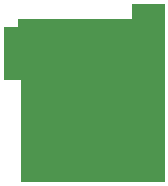
<source format=gbr>
%TF.GenerationSoftware,Altium Limited,Altium Designer,22.4.2 (48)*%
G04 Layer_Color=16711935*
%FSLAX26Y26*%
%MOIN*%
%TF.SameCoordinates,8C98EB32-1E12-42CD-A60B-9DA89663A72C*%
%TF.FilePolarity,Positive*%
%TF.FileFunction,Keep-out,Top*%
%TF.Part,Single*%
G01*
G75*
G36*
X2614173Y2649606D02*
Y2472441D01*
X2669291D01*
Y2133858D01*
X3149606D01*
Y2724410D01*
X3039370D01*
Y2677165D01*
X2661417D01*
Y2649606D01*
X2614173D01*
D02*
G37*
%TF.MD5,fd1500eb31d500d5c1322977de64333c*%
M02*

</source>
